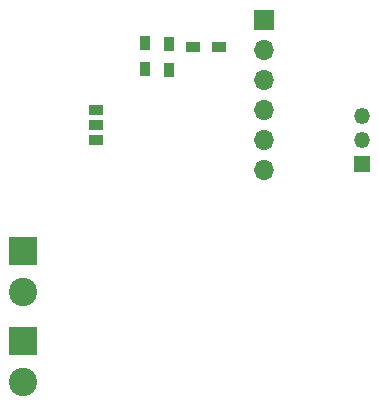
<source format=gbs>
G04 #@! TF.GenerationSoftware,KiCad,Pcbnew,(2017-11-08 revision cd21218)-HEAD*
G04 #@! TF.CreationDate,2018-02-20T18:29:19+02:00*
G04 #@! TF.ProjectId,ws281x_led_strip_controller,7773323831785F6C65645F7374726970,rev?*
G04 #@! TF.SameCoordinates,Original*
G04 #@! TF.FileFunction,Soldermask,Bot*
G04 #@! TF.FilePolarity,Negative*
%FSLAX46Y46*%
G04 Gerber Fmt 4.6, Leading zero omitted, Abs format (unit mm)*
G04 Created by KiCad (PCBNEW (2017-11-08 revision cd21218)-HEAD) date Tue Feb 20 18:29:19 2018*
%MOMM*%
%LPD*%
G01*
G04 APERTURE LIST*
%ADD10O,1.350000X1.350000*%
%ADD11R,1.350000X1.350000*%
%ADD12R,1.700000X1.700000*%
%ADD13O,1.700000X1.700000*%
%ADD14R,0.900000X1.200000*%
%ADD15R,1.200000X0.900000*%
%ADD16C,2.400000*%
%ADD17R,2.400000X2.400000*%
%ADD18R,1.270000X0.970000*%
G04 APERTURE END LIST*
D10*
X146000000Y-67000000D03*
X146000000Y-69000000D03*
D11*
X146000000Y-71000000D03*
D12*
X137700000Y-58800000D03*
D13*
X137700000Y-61340000D03*
X137700000Y-63880000D03*
X137700000Y-66420000D03*
X137700000Y-68960000D03*
X137700000Y-71500000D03*
D14*
X127650000Y-60750000D03*
X127650000Y-62950000D03*
X129650000Y-63050000D03*
X129650000Y-60850000D03*
D15*
X131650000Y-61150000D03*
X133850000Y-61150000D03*
D16*
X117300000Y-81900000D03*
D17*
X117300000Y-78400000D03*
X117300000Y-86000000D03*
D16*
X117300000Y-89500000D03*
D18*
X123500000Y-69020000D03*
X123500000Y-67750000D03*
X123500000Y-66480000D03*
M02*

</source>
